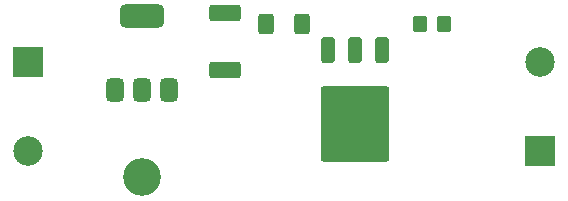
<source format=gbr>
%TF.GenerationSoftware,KiCad,Pcbnew,8.0.2*%
%TF.CreationDate,2024-08-23T12:07:27+02:00*%
%TF.ProjectId,CurrentLimiter2,43757272-656e-4744-9c69-6d6974657232,rev?*%
%TF.SameCoordinates,Original*%
%TF.FileFunction,Soldermask,Top*%
%TF.FilePolarity,Negative*%
%FSLAX46Y46*%
G04 Gerber Fmt 4.6, Leading zero omitted, Abs format (unit mm)*
G04 Created by KiCad (PCBNEW 8.0.2) date 2024-08-23 12:07:27*
%MOMM*%
%LPD*%
G01*
G04 APERTURE LIST*
G04 Aperture macros list*
%AMRoundRect*
0 Rectangle with rounded corners*
0 $1 Rounding radius*
0 $2 $3 $4 $5 $6 $7 $8 $9 X,Y pos of 4 corners*
0 Add a 4 corners polygon primitive as box body*
4,1,4,$2,$3,$4,$5,$6,$7,$8,$9,$2,$3,0*
0 Add four circle primitives for the rounded corners*
1,1,$1+$1,$2,$3*
1,1,$1+$1,$4,$5*
1,1,$1+$1,$6,$7*
1,1,$1+$1,$8,$9*
0 Add four rect primitives between the rounded corners*
20,1,$1+$1,$2,$3,$4,$5,0*
20,1,$1+$1,$4,$5,$6,$7,0*
20,1,$1+$1,$6,$7,$8,$9,0*
20,1,$1+$1,$8,$9,$2,$3,0*%
G04 Aperture macros list end*
%ADD10RoundRect,0.249999X-1.075001X0.450001X-1.075001X-0.450001X1.075001X-0.450001X1.075001X0.450001X0*%
%ADD11RoundRect,0.250000X-0.350000X0.850000X-0.350000X-0.850000X0.350000X-0.850000X0.350000X0.850000X0*%
%ADD12RoundRect,0.249997X-2.650003X2.950003X-2.650003X-2.950003X2.650003X-2.950003X2.650003X2.950003X0*%
%ADD13C,3.200000*%
%ADD14R,2.500000X2.500000*%
%ADD15C,2.500000*%
%ADD16RoundRect,0.250000X0.350000X0.450000X-0.350000X0.450000X-0.350000X-0.450000X0.350000X-0.450000X0*%
%ADD17RoundRect,0.250000X0.400000X0.625000X-0.400000X0.625000X-0.400000X-0.625000X0.400000X-0.625000X0*%
%ADD18RoundRect,0.375000X0.375000X-0.625000X0.375000X0.625000X-0.375000X0.625000X-0.375000X-0.625000X0*%
%ADD19RoundRect,0.500000X1.400000X-0.500000X1.400000X0.500000X-1.400000X0.500000X-1.400000X-0.500000X0*%
G04 APERTURE END LIST*
D10*
%TO.C,R3*%
X122500000Y-92100000D03*
X122500000Y-96900000D03*
%TD*%
D11*
%TO.C,Q2*%
X135780000Y-95185000D03*
X133500000Y-95185000D03*
D12*
X133500000Y-101485000D03*
D11*
X131220000Y-95185000D03*
%TD*%
D13*
%TO.C,H1*%
X115500000Y-106000000D03*
%TD*%
D14*
%TO.C,J2*%
X149155000Y-103750000D03*
D15*
X149155000Y-96250000D03*
%TD*%
D16*
%TO.C,R1*%
X141000000Y-93000000D03*
X139000000Y-93000000D03*
%TD*%
D14*
%TO.C,J1*%
X105845000Y-96250000D03*
D15*
X105845000Y-103750000D03*
%TD*%
D17*
%TO.C,R2*%
X129050000Y-93000000D03*
X125950000Y-93000000D03*
%TD*%
D18*
%TO.C,Q1*%
X113200000Y-98650000D03*
X115500000Y-98650000D03*
D19*
X115500000Y-92350000D03*
D18*
X117800000Y-98650000D03*
%TD*%
M02*

</source>
